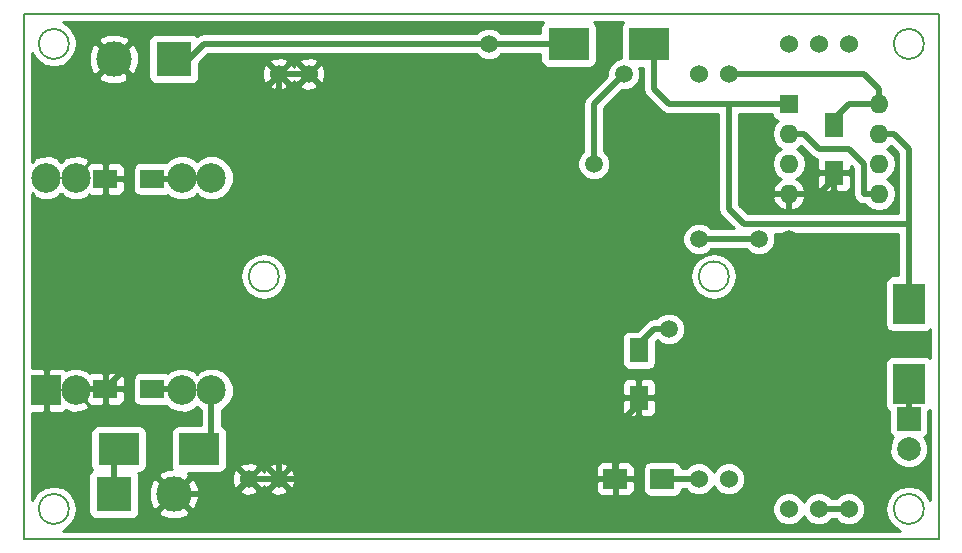
<source format=gbr>
%TF.GenerationSoftware,KiCad,Pcbnew,4.0.7*%
%TF.CreationDate,2018-04-11T16:25:57+03:00*%
%TF.ProjectId,radar_01,72616461725F30312E6B696361645F70,rev?*%
%TF.FileFunction,Copper,L2,Bot,Signal*%
%FSLAX46Y46*%
G04 Gerber Fmt 4.6, Leading zero omitted, Abs format (unit mm)*
G04 Created by KiCad (PCBNEW 4.0.7) date 04/11/18 16:25:57*
%MOMM*%
%LPD*%
G01*
G04 APERTURE LIST*
%ADD10C,0.100000*%
%ADD11C,0.150000*%
%ADD12C,1.524000*%
%ADD13R,2.000000X1.600000*%
%ADD14R,1.600000X2.000000*%
%ADD15R,2.000000X2.000000*%
%ADD16C,2.000000*%
%ADD17R,2.000000X1.700000*%
%ADD18R,3.500000X2.700000*%
%ADD19R,2.700000X3.500000*%
%ADD20R,3.000000X3.000000*%
%ADD21C,3.000000*%
%ADD22R,2.500000X2.500000*%
%ADD23C,2.500000*%
%ADD24R,1.600000X1.600000*%
%ADD25O,1.600000X1.600000*%
%ADD26C,1.500000*%
%ADD27C,0.500000*%
%ADD28C,0.254000*%
G04 APERTURE END LIST*
D10*
D11*
X152400000Y-54610000D02*
X227330000Y-54610000D01*
X227330000Y-99060000D02*
X152400000Y-99060000D01*
X152400000Y-99060000D02*
X152400000Y-54610000D01*
X229870000Y-99060000D02*
X227330000Y-99060000D01*
X229870000Y-54610000D02*
X229870000Y-99060000D01*
X227330000Y-54610000D02*
X229870000Y-54610000D01*
X173990000Y-76835000D02*
G75*
G03X173990000Y-76835000I-1270000J0D01*
G01*
X212090000Y-76835000D02*
G75*
G03X212090000Y-76835000I-1270000J0D01*
G01*
X156210000Y-96520000D02*
G75*
G03X156210000Y-96520000I-1270000J0D01*
G01*
X156210000Y-57150000D02*
G75*
G03X156210000Y-57150000I-1270000J0D01*
G01*
X228600000Y-96520000D02*
G75*
G03X228600000Y-96520000I-1270000J0D01*
G01*
X228600000Y-57150000D02*
G75*
G03X228600000Y-57150000I-1270000J0D01*
G01*
D12*
X171450000Y-93980000D03*
X173990000Y-93980000D03*
X173990000Y-59690000D03*
X176530000Y-59690000D03*
X209550000Y-93980000D03*
X212090000Y-93980000D03*
X209550000Y-59690000D03*
X212090000Y-59690000D03*
D13*
X163290000Y-86360000D03*
X159290000Y-86360000D03*
D14*
X204470000Y-87090000D03*
X204470000Y-83090000D03*
D13*
X163290000Y-68580000D03*
X159290000Y-68580000D03*
D14*
X220980000Y-68040000D03*
X220980000Y-64040000D03*
D15*
X227330000Y-88900000D03*
D16*
X227330000Y-91440000D03*
D17*
X206470000Y-93980000D03*
X202470000Y-93980000D03*
D18*
X167230000Y-91440000D03*
X160430000Y-91440000D03*
D19*
X227330000Y-79150000D03*
X227330000Y-85950000D03*
D18*
X205330000Y-57150000D03*
X198530000Y-57150000D03*
D20*
X160020000Y-95250000D03*
D21*
X165100000Y-95250000D03*
D20*
X165100000Y-58420000D03*
D21*
X160020000Y-58420000D03*
D12*
X219710000Y-96520000D03*
X222250000Y-96520000D03*
X217170000Y-96520000D03*
X219710000Y-57150000D03*
X222250000Y-57150000D03*
X217170000Y-57150000D03*
D22*
X154290000Y-86470000D03*
D23*
X168290000Y-86470000D03*
X168290000Y-68470000D03*
X154290000Y-68470000D03*
X156790000Y-86470000D03*
X165790000Y-86470000D03*
X165790000Y-68470000D03*
X156790000Y-68470000D03*
D24*
X217170000Y-62230000D03*
D25*
X224790000Y-69850000D03*
X217170000Y-64770000D03*
X224790000Y-67310000D03*
X217170000Y-67310000D03*
X224790000Y-64770000D03*
X217170000Y-69850000D03*
X224790000Y-62230000D03*
D26*
X217170000Y-73660000D03*
X215900000Y-88900000D03*
X199390000Y-88900000D03*
X200660000Y-67310000D03*
X203200000Y-59690000D03*
X207010000Y-81280000D03*
X214630000Y-73660000D03*
X209550000Y-73660000D03*
X191770000Y-57150000D03*
D27*
X206470000Y-93980000D02*
X209550000Y-93980000D01*
X163290000Y-86360000D02*
X165680000Y-86360000D01*
X165680000Y-86360000D02*
X165790000Y-86470000D01*
X168290000Y-86470000D02*
X168290000Y-90380000D01*
X168290000Y-90380000D02*
X167230000Y-91440000D01*
X167230000Y-91440000D02*
X167640000Y-91440000D01*
X167640000Y-91440000D02*
X168370000Y-90710000D01*
X173990000Y-93980000D02*
X173990000Y-83185000D01*
X163735000Y-81915000D02*
X159290000Y-86360000D01*
X172720000Y-81915000D02*
X163735000Y-81915000D01*
X173990000Y-83185000D02*
X172720000Y-81915000D01*
X156790000Y-86470000D02*
X156900000Y-86360000D01*
X156900000Y-86360000D02*
X159290000Y-86360000D01*
X161290000Y-62230000D02*
X161290000Y-59690000D01*
X173990000Y-60960000D02*
X172720000Y-62230000D01*
X172720000Y-62230000D02*
X161290000Y-62230000D01*
X173990000Y-59690000D02*
X173990000Y-60960000D01*
X161290000Y-59690000D02*
X160020000Y-58420000D01*
X202470000Y-93980000D02*
X177800000Y-93980000D01*
X177800000Y-93980000D02*
X173990000Y-93980000D01*
X165100000Y-95250000D02*
X170180000Y-95250000D01*
X170180000Y-95250000D02*
X171450000Y-93980000D01*
X215900000Y-88900000D02*
X215900000Y-74930000D01*
X215900000Y-74930000D02*
X217170000Y-73660000D01*
X171450000Y-93980000D02*
X173990000Y-93980000D01*
X173990000Y-59690000D02*
X176530000Y-59690000D01*
X203200000Y-88900000D02*
X215900000Y-88900000D01*
X202470000Y-93980000D02*
X202470000Y-89630000D01*
X202470000Y-89630000D02*
X203200000Y-88900000D01*
X204470000Y-87090000D02*
X204470000Y-87630000D01*
X204470000Y-87630000D02*
X203200000Y-88900000D01*
X203200000Y-88900000D02*
X199390000Y-88900000D01*
X217170000Y-69850000D02*
X219710000Y-69850000D01*
X219710000Y-69850000D02*
X220980000Y-68580000D01*
X220980000Y-68580000D02*
X220980000Y-68040000D01*
X168290000Y-68470000D02*
X165790000Y-68470000D01*
X165790000Y-68470000D02*
X165680000Y-68580000D01*
X165680000Y-68580000D02*
X163290000Y-68580000D01*
X200660000Y-62230000D02*
X200660000Y-67310000D01*
X203200000Y-59690000D02*
X200660000Y-62230000D01*
X204470000Y-83090000D02*
X204470000Y-82550000D01*
X212090000Y-59690000D02*
X223520000Y-59690000D01*
X223520000Y-59690000D02*
X224790000Y-60960000D01*
X224790000Y-60960000D02*
X224790000Y-62230000D01*
X204470000Y-82550000D02*
X205740000Y-81280000D01*
X205740000Y-81280000D02*
X207010000Y-81280000D01*
X224790000Y-62230000D02*
X222250000Y-62230000D01*
X222250000Y-62230000D02*
X220980000Y-63500000D01*
X220980000Y-63500000D02*
X220980000Y-64040000D01*
X219710000Y-96520000D02*
X222250000Y-96520000D01*
X217170000Y-64770000D02*
X218440000Y-64770000D01*
X223520000Y-69850000D02*
X224790000Y-69850000D01*
X223520000Y-67310000D02*
X223520000Y-69850000D01*
X222250000Y-66040000D02*
X223520000Y-67310000D01*
X219710000Y-66040000D02*
X222250000Y-66040000D01*
X218440000Y-64770000D02*
X219710000Y-66040000D01*
X209550000Y-73660000D02*
X214630000Y-73660000D01*
X227330000Y-88900000D02*
X227330000Y-85950000D01*
X160020000Y-95250000D02*
X160020000Y-91850000D01*
X160020000Y-91850000D02*
X160430000Y-91440000D01*
X212090000Y-62230000D02*
X207010000Y-62230000D01*
X205740000Y-60960000D02*
X205740000Y-57560000D01*
X207010000Y-62230000D02*
X205740000Y-60960000D01*
X205740000Y-57560000D02*
X205330000Y-57150000D01*
X227330000Y-72390000D02*
X213360000Y-72390000D01*
X212090000Y-71120000D02*
X212090000Y-62230000D01*
X213360000Y-72390000D02*
X212090000Y-71120000D01*
X217170000Y-62230000D02*
X212090000Y-62230000D01*
X227330000Y-79150000D02*
X227330000Y-72390000D01*
X227330000Y-72390000D02*
X227330000Y-66040000D01*
X226060000Y-64770000D02*
X224790000Y-64770000D01*
X227330000Y-66040000D02*
X226060000Y-64770000D01*
X165100000Y-58420000D02*
X166370000Y-58420000D01*
X166370000Y-58420000D02*
X167640000Y-57150000D01*
X167640000Y-57150000D02*
X191770000Y-57150000D01*
X191770000Y-57150000D02*
X198530000Y-57150000D01*
D28*
G36*
X196328559Y-55335910D02*
X196183569Y-55548110D01*
X196132560Y-55800000D01*
X196132560Y-56265000D01*
X192843523Y-56265000D01*
X192555564Y-55976539D01*
X192046702Y-55765241D01*
X191495715Y-55764760D01*
X190986485Y-55975169D01*
X190696148Y-56265000D01*
X167640005Y-56265000D01*
X167640000Y-56264999D01*
X167345555Y-56323569D01*
X167301325Y-56332367D01*
X167074135Y-56484170D01*
X167064090Y-56468559D01*
X166851890Y-56323569D01*
X166600000Y-56272560D01*
X163600000Y-56272560D01*
X163364683Y-56316838D01*
X163148559Y-56455910D01*
X163003569Y-56668110D01*
X162952560Y-56920000D01*
X162952560Y-59920000D01*
X162996838Y-60155317D01*
X163135910Y-60371441D01*
X163348110Y-60516431D01*
X163600000Y-60567440D01*
X166600000Y-60567440D01*
X166835317Y-60523162D01*
X167051441Y-60384090D01*
X167196431Y-60171890D01*
X167247440Y-59920000D01*
X167247440Y-59482302D01*
X172580856Y-59482302D01*
X172608638Y-60037368D01*
X172767603Y-60421143D01*
X173009787Y-60490608D01*
X173810395Y-59690000D01*
X174169605Y-59690000D01*
X174970213Y-60490608D01*
X175212397Y-60421143D01*
X175256453Y-60297656D01*
X175307603Y-60421143D01*
X175549787Y-60490608D01*
X176350395Y-59690000D01*
X176709605Y-59690000D01*
X177510213Y-60490608D01*
X177752397Y-60421143D01*
X177939144Y-59897698D01*
X177911362Y-59342632D01*
X177752397Y-58958857D01*
X177510213Y-58889392D01*
X176709605Y-59690000D01*
X176350395Y-59690000D01*
X175549787Y-58889392D01*
X175307603Y-58958857D01*
X175263547Y-59082344D01*
X175212397Y-58958857D01*
X174970213Y-58889392D01*
X174169605Y-59690000D01*
X173810395Y-59690000D01*
X173009787Y-58889392D01*
X172767603Y-58958857D01*
X172580856Y-59482302D01*
X167247440Y-59482302D01*
X167247440Y-58794140D01*
X167331792Y-58709787D01*
X173189392Y-58709787D01*
X173990000Y-59510395D01*
X174790608Y-58709787D01*
X175729392Y-58709787D01*
X176530000Y-59510395D01*
X177330608Y-58709787D01*
X177261143Y-58467603D01*
X176737698Y-58280856D01*
X176182632Y-58308638D01*
X175798857Y-58467603D01*
X175729392Y-58709787D01*
X174790608Y-58709787D01*
X174721143Y-58467603D01*
X174197698Y-58280856D01*
X173642632Y-58308638D01*
X173258857Y-58467603D01*
X173189392Y-58709787D01*
X167331792Y-58709787D01*
X168006579Y-58035000D01*
X190696477Y-58035000D01*
X190984436Y-58323461D01*
X191493298Y-58534759D01*
X192044285Y-58535240D01*
X192553515Y-58324831D01*
X192843852Y-58035000D01*
X196132560Y-58035000D01*
X196132560Y-58500000D01*
X196176838Y-58735317D01*
X196315910Y-58951441D01*
X196528110Y-59096431D01*
X196780000Y-59147440D01*
X200280000Y-59147440D01*
X200515317Y-59103162D01*
X200731441Y-58964090D01*
X200876431Y-58751890D01*
X200927440Y-58500000D01*
X200927440Y-55800000D01*
X200883162Y-55564683D01*
X200744090Y-55348559D01*
X200702292Y-55320000D01*
X203153284Y-55320000D01*
X203128559Y-55335910D01*
X202983569Y-55548110D01*
X202932560Y-55800000D01*
X202932560Y-58304766D01*
X202925715Y-58304760D01*
X202416485Y-58515169D01*
X202026539Y-58904436D01*
X201815241Y-59413298D01*
X201814883Y-59823538D01*
X200034210Y-61604210D01*
X199842367Y-61891325D01*
X199842367Y-61891326D01*
X199774999Y-62230000D01*
X199775000Y-62230005D01*
X199775000Y-66236477D01*
X199486539Y-66524436D01*
X199275241Y-67033298D01*
X199274760Y-67584285D01*
X199485169Y-68093515D01*
X199874436Y-68483461D01*
X200383298Y-68694759D01*
X200934285Y-68695240D01*
X201443515Y-68484831D01*
X201833461Y-68095564D01*
X202044759Y-67586702D01*
X202045240Y-67035715D01*
X201834831Y-66526485D01*
X201545000Y-66236148D01*
X201545000Y-62596580D01*
X203066695Y-61074884D01*
X203474285Y-61075240D01*
X203983515Y-60864831D01*
X204373461Y-60475564D01*
X204584759Y-59966702D01*
X204585240Y-59415715D01*
X204474391Y-59147440D01*
X204855000Y-59147440D01*
X204855000Y-60959995D01*
X204854999Y-60960000D01*
X204905783Y-61215302D01*
X204922367Y-61298675D01*
X205010115Y-61430000D01*
X205114210Y-61585790D01*
X206384208Y-62855787D01*
X206384210Y-62855790D01*
X206644935Y-63030000D01*
X206671325Y-63047633D01*
X207010000Y-63115001D01*
X207010005Y-63115000D01*
X211205000Y-63115000D01*
X211205000Y-71119995D01*
X211204999Y-71120000D01*
X211261190Y-71402484D01*
X211272367Y-71458675D01*
X211464210Y-71745790D01*
X212493421Y-72775000D01*
X210623523Y-72775000D01*
X210335564Y-72486539D01*
X209826702Y-72275241D01*
X209275715Y-72274760D01*
X208766485Y-72485169D01*
X208376539Y-72874436D01*
X208165241Y-73383298D01*
X208164760Y-73934285D01*
X208375169Y-74443515D01*
X208764436Y-74833461D01*
X209273298Y-75044759D01*
X209824285Y-75045240D01*
X210333515Y-74834831D01*
X210623852Y-74545000D01*
X213556477Y-74545000D01*
X213844436Y-74833461D01*
X214353298Y-75044759D01*
X214904285Y-75045240D01*
X215413515Y-74834831D01*
X215803461Y-74445564D01*
X216014759Y-73936702D01*
X216015240Y-73385715D01*
X215969494Y-73275000D01*
X226445000Y-73275000D01*
X226445000Y-76752560D01*
X225980000Y-76752560D01*
X225744683Y-76796838D01*
X225528559Y-76935910D01*
X225383569Y-77148110D01*
X225332560Y-77400000D01*
X225332560Y-80900000D01*
X225376838Y-81135317D01*
X225515910Y-81351441D01*
X225728110Y-81496431D01*
X225980000Y-81547440D01*
X228680000Y-81547440D01*
X228915317Y-81503162D01*
X229131441Y-81364090D01*
X229160000Y-81322292D01*
X229160000Y-83773284D01*
X229144090Y-83748559D01*
X228931890Y-83603569D01*
X228680000Y-83552560D01*
X225980000Y-83552560D01*
X225744683Y-83596838D01*
X225528559Y-83735910D01*
X225383569Y-83948110D01*
X225332560Y-84200000D01*
X225332560Y-87700000D01*
X225376838Y-87935317D01*
X225515910Y-88151441D01*
X225682560Y-88265308D01*
X225682560Y-89900000D01*
X225726838Y-90135317D01*
X225865910Y-90351441D01*
X226008561Y-90448910D01*
X225944722Y-90512637D01*
X225695284Y-91113352D01*
X225694716Y-91763795D01*
X225943106Y-92364943D01*
X226402637Y-92825278D01*
X227003352Y-93074716D01*
X227653795Y-93075284D01*
X228254943Y-92826894D01*
X228715278Y-92367363D01*
X228964716Y-91766648D01*
X228965284Y-91116205D01*
X228716894Y-90515057D01*
X228650379Y-90448426D01*
X228781441Y-90364090D01*
X228926431Y-90151890D01*
X228977440Y-89900000D01*
X228977440Y-88263187D01*
X229131441Y-88164090D01*
X229160000Y-88122292D01*
X229160000Y-95765902D01*
X229159281Y-95762287D01*
X228730071Y-95119929D01*
X228087713Y-94690719D01*
X227330000Y-94540000D01*
X226572287Y-94690719D01*
X225929929Y-95119929D01*
X225500719Y-95762287D01*
X225350000Y-96520000D01*
X225500719Y-97277713D01*
X225929929Y-97920071D01*
X226572287Y-98349281D01*
X226575902Y-98350000D01*
X155694098Y-98350000D01*
X155697713Y-98349281D01*
X156340071Y-97920071D01*
X156769281Y-97277713D01*
X156920000Y-96520000D01*
X156769281Y-95762287D01*
X156340071Y-95119929D01*
X155697713Y-94690719D01*
X154940000Y-94540000D01*
X154182287Y-94690719D01*
X153539929Y-95119929D01*
X153110719Y-95762287D01*
X153110000Y-95765902D01*
X153110000Y-93750000D01*
X157872560Y-93750000D01*
X157872560Y-96750000D01*
X157916838Y-96985317D01*
X158055910Y-97201441D01*
X158268110Y-97346431D01*
X158520000Y-97397440D01*
X161520000Y-97397440D01*
X161755317Y-97353162D01*
X161971441Y-97214090D01*
X162116431Y-97001890D01*
X162164611Y-96763970D01*
X163765635Y-96763970D01*
X163925418Y-97082739D01*
X164716187Y-97392723D01*
X165565387Y-97376497D01*
X166274582Y-97082739D01*
X166417978Y-96796661D01*
X215772758Y-96796661D01*
X215984990Y-97310303D01*
X216377630Y-97703629D01*
X216890900Y-97916757D01*
X217446661Y-97917242D01*
X217960303Y-97705010D01*
X218353629Y-97312370D01*
X218439949Y-97104488D01*
X218524990Y-97310303D01*
X218917630Y-97703629D01*
X219430900Y-97916757D01*
X219986661Y-97917242D01*
X220500303Y-97705010D01*
X220800837Y-97405000D01*
X221159522Y-97405000D01*
X221457630Y-97703629D01*
X221970900Y-97916757D01*
X222526661Y-97917242D01*
X223040303Y-97705010D01*
X223433629Y-97312370D01*
X223646757Y-96799100D01*
X223647242Y-96243339D01*
X223435010Y-95729697D01*
X223042370Y-95336371D01*
X222529100Y-95123243D01*
X221973339Y-95122758D01*
X221459697Y-95334990D01*
X221159163Y-95635000D01*
X220800478Y-95635000D01*
X220502370Y-95336371D01*
X219989100Y-95123243D01*
X219433339Y-95122758D01*
X218919697Y-95334990D01*
X218526371Y-95727630D01*
X218440051Y-95935512D01*
X218355010Y-95729697D01*
X217962370Y-95336371D01*
X217449100Y-95123243D01*
X216893339Y-95122758D01*
X216379697Y-95334990D01*
X215986371Y-95727630D01*
X215773243Y-96240900D01*
X215772758Y-96796661D01*
X166417978Y-96796661D01*
X166434365Y-96763970D01*
X165100000Y-95429605D01*
X163765635Y-96763970D01*
X162164611Y-96763970D01*
X162167440Y-96750000D01*
X162167440Y-94866187D01*
X162957277Y-94866187D01*
X162973503Y-95715387D01*
X163267261Y-96424582D01*
X163586030Y-96584365D01*
X164920395Y-95250000D01*
X165279605Y-95250000D01*
X166613970Y-96584365D01*
X166932739Y-96424582D01*
X167242723Y-95633813D01*
X167229853Y-94960213D01*
X170649392Y-94960213D01*
X170718857Y-95202397D01*
X171242302Y-95389144D01*
X171797368Y-95361362D01*
X172181143Y-95202397D01*
X172250608Y-94960213D01*
X173189392Y-94960213D01*
X173258857Y-95202397D01*
X173782302Y-95389144D01*
X174337368Y-95361362D01*
X174721143Y-95202397D01*
X174790608Y-94960213D01*
X173990000Y-94159605D01*
X173189392Y-94960213D01*
X172250608Y-94960213D01*
X171450000Y-94159605D01*
X170649392Y-94960213D01*
X167229853Y-94960213D01*
X167226497Y-94784613D01*
X166932739Y-94075418D01*
X166613970Y-93915635D01*
X165279605Y-95250000D01*
X164920395Y-95250000D01*
X163586030Y-93915635D01*
X163267261Y-94075418D01*
X162957277Y-94866187D01*
X162167440Y-94866187D01*
X162167440Y-93750000D01*
X162123162Y-93514683D01*
X162073457Y-93437440D01*
X162180000Y-93437440D01*
X162415317Y-93393162D01*
X162631441Y-93254090D01*
X162776431Y-93041890D01*
X162827440Y-92790000D01*
X162827440Y-90090000D01*
X162783162Y-89854683D01*
X162644090Y-89638559D01*
X162431890Y-89493569D01*
X162180000Y-89442560D01*
X158680000Y-89442560D01*
X158444683Y-89486838D01*
X158228559Y-89625910D01*
X158083569Y-89838110D01*
X158032560Y-90090000D01*
X158032560Y-92790000D01*
X158076838Y-93025317D01*
X158192998Y-93205835D01*
X158068559Y-93285910D01*
X157923569Y-93498110D01*
X157872560Y-93750000D01*
X153110000Y-93750000D01*
X153110000Y-88355000D01*
X154004250Y-88355000D01*
X154163000Y-88196250D01*
X154163000Y-86597000D01*
X154143000Y-86597000D01*
X154143000Y-86343000D01*
X154163000Y-86343000D01*
X154163000Y-84743750D01*
X154417000Y-84743750D01*
X154417000Y-86343000D01*
X154437000Y-86343000D01*
X154437000Y-86597000D01*
X154417000Y-86597000D01*
X154417000Y-88196250D01*
X154575750Y-88355000D01*
X155666310Y-88355000D01*
X155899699Y-88258327D01*
X155979814Y-88178211D01*
X156465806Y-88364388D01*
X157215435Y-88344250D01*
X157814467Y-88096123D01*
X157943715Y-87803320D01*
X156790000Y-86649605D01*
X156775858Y-86663748D01*
X156596253Y-86484143D01*
X156610395Y-86470000D01*
X156596253Y-86455858D01*
X156775858Y-86276253D01*
X156790000Y-86290395D01*
X156804143Y-86276253D01*
X156983748Y-86455858D01*
X156969605Y-86470000D01*
X157655000Y-87155395D01*
X157655000Y-87286310D01*
X157751673Y-87519699D01*
X157930302Y-87698327D01*
X158163691Y-87795000D01*
X159004250Y-87795000D01*
X159163000Y-87636250D01*
X159163000Y-86487000D01*
X159417000Y-86487000D01*
X159417000Y-87636250D01*
X159575750Y-87795000D01*
X160416309Y-87795000D01*
X160649698Y-87698327D01*
X160828327Y-87519699D01*
X160925000Y-87286310D01*
X160925000Y-86645750D01*
X160766250Y-86487000D01*
X159417000Y-86487000D01*
X159163000Y-86487000D01*
X159143000Y-86487000D01*
X159143000Y-86233000D01*
X159163000Y-86233000D01*
X159163000Y-85083750D01*
X159417000Y-85083750D01*
X159417000Y-86233000D01*
X160766250Y-86233000D01*
X160925000Y-86074250D01*
X160925000Y-85560000D01*
X161642560Y-85560000D01*
X161642560Y-87160000D01*
X161686838Y-87395317D01*
X161825910Y-87611441D01*
X162038110Y-87756431D01*
X162290000Y-87807440D01*
X164290000Y-87807440D01*
X164434497Y-87780251D01*
X164720839Y-88067093D01*
X165413405Y-88354672D01*
X166163305Y-88355326D01*
X166856372Y-88068957D01*
X167039855Y-87885793D01*
X167220839Y-88067093D01*
X167405000Y-88143563D01*
X167405000Y-89442560D01*
X165480000Y-89442560D01*
X165244683Y-89486838D01*
X165028559Y-89625910D01*
X164883569Y-89838110D01*
X164832560Y-90090000D01*
X164832560Y-92790000D01*
X164876838Y-93025317D01*
X164936310Y-93117738D01*
X164634613Y-93123503D01*
X163925418Y-93417261D01*
X163765635Y-93736030D01*
X165100000Y-95070395D01*
X166398093Y-93772302D01*
X170040856Y-93772302D01*
X170068638Y-94327368D01*
X170227603Y-94711143D01*
X170469787Y-94780608D01*
X171270395Y-93980000D01*
X171629605Y-93980000D01*
X172430213Y-94780608D01*
X172672397Y-94711143D01*
X172716453Y-94587656D01*
X172767603Y-94711143D01*
X173009787Y-94780608D01*
X173810395Y-93980000D01*
X174169605Y-93980000D01*
X174970213Y-94780608D01*
X175212397Y-94711143D01*
X175371297Y-94265750D01*
X200835000Y-94265750D01*
X200835000Y-94956310D01*
X200931673Y-95189699D01*
X201110302Y-95368327D01*
X201343691Y-95465000D01*
X202184250Y-95465000D01*
X202343000Y-95306250D01*
X202343000Y-94107000D01*
X202597000Y-94107000D01*
X202597000Y-95306250D01*
X202755750Y-95465000D01*
X203596309Y-95465000D01*
X203829698Y-95368327D01*
X204008327Y-95189699D01*
X204105000Y-94956310D01*
X204105000Y-94265750D01*
X203946250Y-94107000D01*
X202597000Y-94107000D01*
X202343000Y-94107000D01*
X200993750Y-94107000D01*
X200835000Y-94265750D01*
X175371297Y-94265750D01*
X175399144Y-94187698D01*
X175371362Y-93632632D01*
X175212397Y-93248857D01*
X174970213Y-93179392D01*
X174169605Y-93980000D01*
X173810395Y-93980000D01*
X173009787Y-93179392D01*
X172767603Y-93248857D01*
X172723547Y-93372344D01*
X172672397Y-93248857D01*
X172430213Y-93179392D01*
X171629605Y-93980000D01*
X171270395Y-93980000D01*
X170469787Y-93179392D01*
X170227603Y-93248857D01*
X170040856Y-93772302D01*
X166398093Y-93772302D01*
X166434365Y-93736030D01*
X166284697Y-93437440D01*
X168980000Y-93437440D01*
X169215317Y-93393162D01*
X169431441Y-93254090D01*
X169576431Y-93041890D01*
X169584957Y-92999787D01*
X170649392Y-92999787D01*
X171450000Y-93800395D01*
X172250608Y-92999787D01*
X173189392Y-92999787D01*
X173990000Y-93800395D01*
X174786705Y-93003690D01*
X200835000Y-93003690D01*
X200835000Y-93694250D01*
X200993750Y-93853000D01*
X202343000Y-93853000D01*
X202343000Y-92653750D01*
X202597000Y-92653750D01*
X202597000Y-93853000D01*
X203946250Y-93853000D01*
X204105000Y-93694250D01*
X204105000Y-93130000D01*
X204822560Y-93130000D01*
X204822560Y-94830000D01*
X204866838Y-95065317D01*
X205005910Y-95281441D01*
X205218110Y-95426431D01*
X205470000Y-95477440D01*
X207470000Y-95477440D01*
X207705317Y-95433162D01*
X207921441Y-95294090D01*
X208066431Y-95081890D01*
X208110352Y-94865000D01*
X208459522Y-94865000D01*
X208757630Y-95163629D01*
X209270900Y-95376757D01*
X209826661Y-95377242D01*
X210340303Y-95165010D01*
X210733629Y-94772370D01*
X210819949Y-94564488D01*
X210904990Y-94770303D01*
X211297630Y-95163629D01*
X211810900Y-95376757D01*
X212366661Y-95377242D01*
X212880303Y-95165010D01*
X213273629Y-94772370D01*
X213486757Y-94259100D01*
X213487242Y-93703339D01*
X213275010Y-93189697D01*
X212882370Y-92796371D01*
X212369100Y-92583243D01*
X211813339Y-92582758D01*
X211299697Y-92794990D01*
X210906371Y-93187630D01*
X210820051Y-93395512D01*
X210735010Y-93189697D01*
X210342370Y-92796371D01*
X209829100Y-92583243D01*
X209273339Y-92582758D01*
X208759697Y-92794990D01*
X208459163Y-93095000D01*
X208110854Y-93095000D01*
X208073162Y-92894683D01*
X207934090Y-92678559D01*
X207721890Y-92533569D01*
X207470000Y-92482560D01*
X205470000Y-92482560D01*
X205234683Y-92526838D01*
X205018559Y-92665910D01*
X204873569Y-92878110D01*
X204822560Y-93130000D01*
X204105000Y-93130000D01*
X204105000Y-93003690D01*
X204008327Y-92770301D01*
X203829698Y-92591673D01*
X203596309Y-92495000D01*
X202755750Y-92495000D01*
X202597000Y-92653750D01*
X202343000Y-92653750D01*
X202184250Y-92495000D01*
X201343691Y-92495000D01*
X201110302Y-92591673D01*
X200931673Y-92770301D01*
X200835000Y-93003690D01*
X174786705Y-93003690D01*
X174790608Y-92999787D01*
X174721143Y-92757603D01*
X174197698Y-92570856D01*
X173642632Y-92598638D01*
X173258857Y-92757603D01*
X173189392Y-92999787D01*
X172250608Y-92999787D01*
X172181143Y-92757603D01*
X171657698Y-92570856D01*
X171102632Y-92598638D01*
X170718857Y-92757603D01*
X170649392Y-92999787D01*
X169584957Y-92999787D01*
X169627440Y-92790000D01*
X169627440Y-90090000D01*
X169583162Y-89854683D01*
X169444090Y-89638559D01*
X169231890Y-89493569D01*
X169175000Y-89482048D01*
X169175000Y-88143898D01*
X169356372Y-88068957D01*
X169887093Y-87539161D01*
X169954947Y-87375750D01*
X203035000Y-87375750D01*
X203035000Y-88216309D01*
X203131673Y-88449698D01*
X203310301Y-88628327D01*
X203543690Y-88725000D01*
X204184250Y-88725000D01*
X204343000Y-88566250D01*
X204343000Y-87217000D01*
X204597000Y-87217000D01*
X204597000Y-88566250D01*
X204755750Y-88725000D01*
X205396310Y-88725000D01*
X205629699Y-88628327D01*
X205808327Y-88449698D01*
X205905000Y-88216309D01*
X205905000Y-87375750D01*
X205746250Y-87217000D01*
X204597000Y-87217000D01*
X204343000Y-87217000D01*
X203193750Y-87217000D01*
X203035000Y-87375750D01*
X169954947Y-87375750D01*
X170174672Y-86846595D01*
X170175326Y-86096695D01*
X170120370Y-85963691D01*
X203035000Y-85963691D01*
X203035000Y-86804250D01*
X203193750Y-86963000D01*
X204343000Y-86963000D01*
X204343000Y-85613750D01*
X204597000Y-85613750D01*
X204597000Y-86963000D01*
X205746250Y-86963000D01*
X205905000Y-86804250D01*
X205905000Y-85963691D01*
X205808327Y-85730302D01*
X205629699Y-85551673D01*
X205396310Y-85455000D01*
X204755750Y-85455000D01*
X204597000Y-85613750D01*
X204343000Y-85613750D01*
X204184250Y-85455000D01*
X203543690Y-85455000D01*
X203310301Y-85551673D01*
X203131673Y-85730302D01*
X203035000Y-85963691D01*
X170120370Y-85963691D01*
X169888957Y-85403628D01*
X169359161Y-84872907D01*
X168666595Y-84585328D01*
X167916695Y-84584674D01*
X167223628Y-84871043D01*
X167040145Y-85054207D01*
X166859161Y-84872907D01*
X166166595Y-84585328D01*
X165416695Y-84584674D01*
X164723628Y-84871043D01*
X164594756Y-84999691D01*
X164541890Y-84963569D01*
X164290000Y-84912560D01*
X162290000Y-84912560D01*
X162054683Y-84956838D01*
X161838559Y-85095910D01*
X161693569Y-85308110D01*
X161642560Y-85560000D01*
X160925000Y-85560000D01*
X160925000Y-85433690D01*
X160828327Y-85200301D01*
X160649698Y-85021673D01*
X160416309Y-84925000D01*
X159575750Y-84925000D01*
X159417000Y-85083750D01*
X159163000Y-85083750D01*
X159004250Y-84925000D01*
X158163691Y-84925000D01*
X157930302Y-85021673D01*
X157904388Y-85047587D01*
X157814467Y-84843877D01*
X157114194Y-84575612D01*
X156364565Y-84595750D01*
X155975098Y-84757072D01*
X155899699Y-84681673D01*
X155666310Y-84585000D01*
X154575750Y-84585000D01*
X154417000Y-84743750D01*
X154163000Y-84743750D01*
X154004250Y-84585000D01*
X153110000Y-84585000D01*
X153110000Y-82090000D01*
X203022560Y-82090000D01*
X203022560Y-84090000D01*
X203066838Y-84325317D01*
X203205910Y-84541441D01*
X203418110Y-84686431D01*
X203670000Y-84737440D01*
X205270000Y-84737440D01*
X205505317Y-84693162D01*
X205721441Y-84554090D01*
X205866431Y-84341890D01*
X205917440Y-84090000D01*
X205917440Y-82354139D01*
X206021454Y-82250125D01*
X206224436Y-82453461D01*
X206733298Y-82664759D01*
X207284285Y-82665240D01*
X207793515Y-82454831D01*
X208183461Y-82065564D01*
X208394759Y-81556702D01*
X208395240Y-81005715D01*
X208184831Y-80496485D01*
X207795564Y-80106539D01*
X207286702Y-79895241D01*
X206735715Y-79894760D01*
X206226485Y-80105169D01*
X205936148Y-80395000D01*
X205740005Y-80395000D01*
X205740000Y-80394999D01*
X205401325Y-80462367D01*
X205114210Y-80654210D01*
X205114208Y-80654213D01*
X204325860Y-81442560D01*
X203670000Y-81442560D01*
X203434683Y-81486838D01*
X203218559Y-81625910D01*
X203073569Y-81838110D01*
X203022560Y-82090000D01*
X153110000Y-82090000D01*
X153110000Y-76835000D01*
X170740000Y-76835000D01*
X170890719Y-77592713D01*
X171319929Y-78235071D01*
X171962287Y-78664281D01*
X172720000Y-78815000D01*
X173477713Y-78664281D01*
X174120071Y-78235071D01*
X174549281Y-77592713D01*
X174700000Y-76835000D01*
X208840000Y-76835000D01*
X208990719Y-77592713D01*
X209419929Y-78235071D01*
X210062287Y-78664281D01*
X210820000Y-78815000D01*
X211577713Y-78664281D01*
X212220071Y-78235071D01*
X212649281Y-77592713D01*
X212800000Y-76835000D01*
X212649281Y-76077287D01*
X212220071Y-75434929D01*
X211577713Y-75005719D01*
X210820000Y-74855000D01*
X210062287Y-75005719D01*
X209419929Y-75434929D01*
X208990719Y-76077287D01*
X208840000Y-76835000D01*
X174700000Y-76835000D01*
X174549281Y-76077287D01*
X174120071Y-75434929D01*
X173477713Y-75005719D01*
X172720000Y-74855000D01*
X171962287Y-75005719D01*
X171319929Y-75434929D01*
X170890719Y-76077287D01*
X170740000Y-76835000D01*
X153110000Y-76835000D01*
X153110000Y-69829608D01*
X153136286Y-69803322D01*
X153265533Y-70096123D01*
X153965806Y-70364388D01*
X154715435Y-70344250D01*
X155314467Y-70096123D01*
X155433029Y-69827529D01*
X155522554Y-69917054D01*
X155540000Y-69899608D01*
X155557446Y-69917054D01*
X155646971Y-69827529D01*
X155765533Y-70096123D01*
X156465806Y-70364388D01*
X157215435Y-70344250D01*
X157814467Y-70096123D01*
X157904388Y-69892413D01*
X157930302Y-69918327D01*
X158163691Y-70015000D01*
X159004250Y-70015000D01*
X159163000Y-69856250D01*
X159163000Y-68707000D01*
X159417000Y-68707000D01*
X159417000Y-69856250D01*
X159575750Y-70015000D01*
X160416309Y-70015000D01*
X160649698Y-69918327D01*
X160828327Y-69739699D01*
X160925000Y-69506310D01*
X160925000Y-68865750D01*
X160766250Y-68707000D01*
X159417000Y-68707000D01*
X159163000Y-68707000D01*
X159143000Y-68707000D01*
X159143000Y-68453000D01*
X159163000Y-68453000D01*
X159163000Y-67303750D01*
X159417000Y-67303750D01*
X159417000Y-68453000D01*
X160766250Y-68453000D01*
X160925000Y-68294250D01*
X160925000Y-67780000D01*
X161642560Y-67780000D01*
X161642560Y-69380000D01*
X161686838Y-69615317D01*
X161825910Y-69831441D01*
X162038110Y-69976431D01*
X162290000Y-70027440D01*
X164290000Y-70027440D01*
X164525317Y-69983162D01*
X164593352Y-69939383D01*
X164720839Y-70067093D01*
X165413405Y-70354672D01*
X166163305Y-70355326D01*
X166856372Y-70068957D01*
X167039855Y-69885793D01*
X167220839Y-70067093D01*
X167913405Y-70354672D01*
X168663305Y-70355326D01*
X169356372Y-70068957D01*
X169887093Y-69539161D01*
X170174672Y-68846595D01*
X170175326Y-68096695D01*
X169888957Y-67403628D01*
X169359161Y-66872907D01*
X168666595Y-66585328D01*
X167916695Y-66584674D01*
X167223628Y-66871043D01*
X167040145Y-67054207D01*
X166859161Y-66872907D01*
X166166595Y-66585328D01*
X165416695Y-66584674D01*
X164723628Y-66871043D01*
X164432705Y-67161459D01*
X164290000Y-67132560D01*
X162290000Y-67132560D01*
X162054683Y-67176838D01*
X161838559Y-67315910D01*
X161693569Y-67528110D01*
X161642560Y-67780000D01*
X160925000Y-67780000D01*
X160925000Y-67653690D01*
X160828327Y-67420301D01*
X160649698Y-67241673D01*
X160416309Y-67145000D01*
X159575750Y-67145000D01*
X159417000Y-67303750D01*
X159163000Y-67303750D01*
X159004250Y-67145000D01*
X158163691Y-67145000D01*
X157930302Y-67241673D01*
X157751673Y-67420301D01*
X157655000Y-67653690D01*
X157655000Y-67784605D01*
X156969605Y-68470000D01*
X156983748Y-68484143D01*
X156804143Y-68663748D01*
X156790000Y-68649605D01*
X156775858Y-68663748D01*
X156596253Y-68484143D01*
X156610395Y-68470000D01*
X156596253Y-68455858D01*
X156775858Y-68276253D01*
X156790000Y-68290395D01*
X157943715Y-67136680D01*
X157814467Y-66843877D01*
X157114194Y-66575612D01*
X156364565Y-66595750D01*
X155765533Y-66843877D01*
X155646971Y-67112471D01*
X155557446Y-67022946D01*
X155540000Y-67040392D01*
X155522554Y-67022946D01*
X155433029Y-67112471D01*
X155314467Y-66843877D01*
X154614194Y-66575612D01*
X153864565Y-66595750D01*
X153265533Y-66843877D01*
X153136286Y-67136678D01*
X153110000Y-67110392D01*
X153110000Y-60670213D01*
X173189392Y-60670213D01*
X173258857Y-60912397D01*
X173782302Y-61099144D01*
X174337368Y-61071362D01*
X174721143Y-60912397D01*
X174790608Y-60670213D01*
X175729392Y-60670213D01*
X175798857Y-60912397D01*
X176322302Y-61099144D01*
X176877368Y-61071362D01*
X177261143Y-60912397D01*
X177330608Y-60670213D01*
X176530000Y-59869605D01*
X175729392Y-60670213D01*
X174790608Y-60670213D01*
X173990000Y-59869605D01*
X173189392Y-60670213D01*
X153110000Y-60670213D01*
X153110000Y-59933970D01*
X158685635Y-59933970D01*
X158845418Y-60252739D01*
X159636187Y-60562723D01*
X160485387Y-60546497D01*
X161194582Y-60252739D01*
X161354365Y-59933970D01*
X160020000Y-58599605D01*
X158685635Y-59933970D01*
X153110000Y-59933970D01*
X153110000Y-57904098D01*
X153110719Y-57907713D01*
X153539929Y-58550071D01*
X154182287Y-58979281D01*
X154940000Y-59130000D01*
X155697713Y-58979281D01*
X156340071Y-58550071D01*
X156683437Y-58036187D01*
X157877277Y-58036187D01*
X157893503Y-58885387D01*
X158187261Y-59594582D01*
X158506030Y-59754365D01*
X159840395Y-58420000D01*
X160199605Y-58420000D01*
X161533970Y-59754365D01*
X161852739Y-59594582D01*
X162162723Y-58803813D01*
X162146497Y-57954613D01*
X161852739Y-57245418D01*
X161533970Y-57085635D01*
X160199605Y-58420000D01*
X159840395Y-58420000D01*
X158506030Y-57085635D01*
X158187261Y-57245418D01*
X157877277Y-58036187D01*
X156683437Y-58036187D01*
X156769281Y-57907713D01*
X156920000Y-57150000D01*
X156871472Y-56906030D01*
X158685635Y-56906030D01*
X160020000Y-58240395D01*
X161354365Y-56906030D01*
X161194582Y-56587261D01*
X160403813Y-56277277D01*
X159554613Y-56293503D01*
X158845418Y-56587261D01*
X158685635Y-56906030D01*
X156871472Y-56906030D01*
X156769281Y-56392287D01*
X156340071Y-55749929D01*
X155697713Y-55320719D01*
X155694098Y-55320000D01*
X196353284Y-55320000D01*
X196328559Y-55335910D01*
X196328559Y-55335910D01*
G37*
X196328559Y-55335910D02*
X196183569Y-55548110D01*
X196132560Y-55800000D01*
X196132560Y-56265000D01*
X192843523Y-56265000D01*
X192555564Y-55976539D01*
X192046702Y-55765241D01*
X191495715Y-55764760D01*
X190986485Y-55975169D01*
X190696148Y-56265000D01*
X167640005Y-56265000D01*
X167640000Y-56264999D01*
X167345555Y-56323569D01*
X167301325Y-56332367D01*
X167074135Y-56484170D01*
X167064090Y-56468559D01*
X166851890Y-56323569D01*
X166600000Y-56272560D01*
X163600000Y-56272560D01*
X163364683Y-56316838D01*
X163148559Y-56455910D01*
X163003569Y-56668110D01*
X162952560Y-56920000D01*
X162952560Y-59920000D01*
X162996838Y-60155317D01*
X163135910Y-60371441D01*
X163348110Y-60516431D01*
X163600000Y-60567440D01*
X166600000Y-60567440D01*
X166835317Y-60523162D01*
X167051441Y-60384090D01*
X167196431Y-60171890D01*
X167247440Y-59920000D01*
X167247440Y-59482302D01*
X172580856Y-59482302D01*
X172608638Y-60037368D01*
X172767603Y-60421143D01*
X173009787Y-60490608D01*
X173810395Y-59690000D01*
X174169605Y-59690000D01*
X174970213Y-60490608D01*
X175212397Y-60421143D01*
X175256453Y-60297656D01*
X175307603Y-60421143D01*
X175549787Y-60490608D01*
X176350395Y-59690000D01*
X176709605Y-59690000D01*
X177510213Y-60490608D01*
X177752397Y-60421143D01*
X177939144Y-59897698D01*
X177911362Y-59342632D01*
X177752397Y-58958857D01*
X177510213Y-58889392D01*
X176709605Y-59690000D01*
X176350395Y-59690000D01*
X175549787Y-58889392D01*
X175307603Y-58958857D01*
X175263547Y-59082344D01*
X175212397Y-58958857D01*
X174970213Y-58889392D01*
X174169605Y-59690000D01*
X173810395Y-59690000D01*
X173009787Y-58889392D01*
X172767603Y-58958857D01*
X172580856Y-59482302D01*
X167247440Y-59482302D01*
X167247440Y-58794140D01*
X167331792Y-58709787D01*
X173189392Y-58709787D01*
X173990000Y-59510395D01*
X174790608Y-58709787D01*
X175729392Y-58709787D01*
X176530000Y-59510395D01*
X177330608Y-58709787D01*
X177261143Y-58467603D01*
X176737698Y-58280856D01*
X176182632Y-58308638D01*
X175798857Y-58467603D01*
X175729392Y-58709787D01*
X174790608Y-58709787D01*
X174721143Y-58467603D01*
X174197698Y-58280856D01*
X173642632Y-58308638D01*
X173258857Y-58467603D01*
X173189392Y-58709787D01*
X167331792Y-58709787D01*
X168006579Y-58035000D01*
X190696477Y-58035000D01*
X190984436Y-58323461D01*
X191493298Y-58534759D01*
X192044285Y-58535240D01*
X192553515Y-58324831D01*
X192843852Y-58035000D01*
X196132560Y-58035000D01*
X196132560Y-58500000D01*
X196176838Y-58735317D01*
X196315910Y-58951441D01*
X196528110Y-59096431D01*
X196780000Y-59147440D01*
X200280000Y-59147440D01*
X200515317Y-59103162D01*
X200731441Y-58964090D01*
X200876431Y-58751890D01*
X200927440Y-58500000D01*
X200927440Y-55800000D01*
X200883162Y-55564683D01*
X200744090Y-55348559D01*
X200702292Y-55320000D01*
X203153284Y-55320000D01*
X203128559Y-55335910D01*
X202983569Y-55548110D01*
X202932560Y-55800000D01*
X202932560Y-58304766D01*
X202925715Y-58304760D01*
X202416485Y-58515169D01*
X202026539Y-58904436D01*
X201815241Y-59413298D01*
X201814883Y-59823538D01*
X200034210Y-61604210D01*
X199842367Y-61891325D01*
X199842367Y-61891326D01*
X199774999Y-62230000D01*
X199775000Y-62230005D01*
X199775000Y-66236477D01*
X199486539Y-66524436D01*
X199275241Y-67033298D01*
X199274760Y-67584285D01*
X199485169Y-68093515D01*
X199874436Y-68483461D01*
X200383298Y-68694759D01*
X200934285Y-68695240D01*
X201443515Y-68484831D01*
X201833461Y-68095564D01*
X202044759Y-67586702D01*
X202045240Y-67035715D01*
X201834831Y-66526485D01*
X201545000Y-66236148D01*
X201545000Y-62596580D01*
X203066695Y-61074884D01*
X203474285Y-61075240D01*
X203983515Y-60864831D01*
X204373461Y-60475564D01*
X204584759Y-59966702D01*
X204585240Y-59415715D01*
X204474391Y-59147440D01*
X204855000Y-59147440D01*
X204855000Y-60959995D01*
X204854999Y-60960000D01*
X204905783Y-61215302D01*
X204922367Y-61298675D01*
X205010115Y-61430000D01*
X205114210Y-61585790D01*
X206384208Y-62855787D01*
X206384210Y-62855790D01*
X206644935Y-63030000D01*
X206671325Y-63047633D01*
X207010000Y-63115001D01*
X207010005Y-63115000D01*
X211205000Y-63115000D01*
X211205000Y-71119995D01*
X211204999Y-71120000D01*
X211261190Y-71402484D01*
X211272367Y-71458675D01*
X211464210Y-71745790D01*
X212493421Y-72775000D01*
X210623523Y-72775000D01*
X210335564Y-72486539D01*
X209826702Y-72275241D01*
X209275715Y-72274760D01*
X208766485Y-72485169D01*
X208376539Y-72874436D01*
X208165241Y-73383298D01*
X208164760Y-73934285D01*
X208375169Y-74443515D01*
X208764436Y-74833461D01*
X209273298Y-75044759D01*
X209824285Y-75045240D01*
X210333515Y-74834831D01*
X210623852Y-74545000D01*
X213556477Y-74545000D01*
X213844436Y-74833461D01*
X214353298Y-75044759D01*
X214904285Y-75045240D01*
X215413515Y-74834831D01*
X215803461Y-74445564D01*
X216014759Y-73936702D01*
X216015240Y-73385715D01*
X215969494Y-73275000D01*
X226445000Y-73275000D01*
X226445000Y-76752560D01*
X225980000Y-76752560D01*
X225744683Y-76796838D01*
X225528559Y-76935910D01*
X225383569Y-77148110D01*
X225332560Y-77400000D01*
X225332560Y-80900000D01*
X225376838Y-81135317D01*
X225515910Y-81351441D01*
X225728110Y-81496431D01*
X225980000Y-81547440D01*
X228680000Y-81547440D01*
X228915317Y-81503162D01*
X229131441Y-81364090D01*
X229160000Y-81322292D01*
X229160000Y-83773284D01*
X229144090Y-83748559D01*
X228931890Y-83603569D01*
X228680000Y-83552560D01*
X225980000Y-83552560D01*
X225744683Y-83596838D01*
X225528559Y-83735910D01*
X225383569Y-83948110D01*
X225332560Y-84200000D01*
X225332560Y-87700000D01*
X225376838Y-87935317D01*
X225515910Y-88151441D01*
X225682560Y-88265308D01*
X225682560Y-89900000D01*
X225726838Y-90135317D01*
X225865910Y-90351441D01*
X226008561Y-90448910D01*
X225944722Y-90512637D01*
X225695284Y-91113352D01*
X225694716Y-91763795D01*
X225943106Y-92364943D01*
X226402637Y-92825278D01*
X227003352Y-93074716D01*
X227653795Y-93075284D01*
X228254943Y-92826894D01*
X228715278Y-92367363D01*
X228964716Y-91766648D01*
X228965284Y-91116205D01*
X228716894Y-90515057D01*
X228650379Y-90448426D01*
X228781441Y-90364090D01*
X228926431Y-90151890D01*
X228977440Y-89900000D01*
X228977440Y-88263187D01*
X229131441Y-88164090D01*
X229160000Y-88122292D01*
X229160000Y-95765902D01*
X229159281Y-95762287D01*
X228730071Y-95119929D01*
X228087713Y-94690719D01*
X227330000Y-94540000D01*
X226572287Y-94690719D01*
X225929929Y-95119929D01*
X225500719Y-95762287D01*
X225350000Y-96520000D01*
X225500719Y-97277713D01*
X225929929Y-97920071D01*
X226572287Y-98349281D01*
X226575902Y-98350000D01*
X155694098Y-98350000D01*
X155697713Y-98349281D01*
X156340071Y-97920071D01*
X156769281Y-97277713D01*
X156920000Y-96520000D01*
X156769281Y-95762287D01*
X156340071Y-95119929D01*
X155697713Y-94690719D01*
X154940000Y-94540000D01*
X154182287Y-94690719D01*
X153539929Y-95119929D01*
X153110719Y-95762287D01*
X153110000Y-95765902D01*
X153110000Y-93750000D01*
X157872560Y-93750000D01*
X157872560Y-96750000D01*
X157916838Y-96985317D01*
X158055910Y-97201441D01*
X158268110Y-97346431D01*
X158520000Y-97397440D01*
X161520000Y-97397440D01*
X161755317Y-97353162D01*
X161971441Y-97214090D01*
X162116431Y-97001890D01*
X162164611Y-96763970D01*
X163765635Y-96763970D01*
X163925418Y-97082739D01*
X164716187Y-97392723D01*
X165565387Y-97376497D01*
X166274582Y-97082739D01*
X166417978Y-96796661D01*
X215772758Y-96796661D01*
X215984990Y-97310303D01*
X216377630Y-97703629D01*
X216890900Y-97916757D01*
X217446661Y-97917242D01*
X217960303Y-97705010D01*
X218353629Y-97312370D01*
X218439949Y-97104488D01*
X218524990Y-97310303D01*
X218917630Y-97703629D01*
X219430900Y-97916757D01*
X219986661Y-97917242D01*
X220500303Y-97705010D01*
X220800837Y-97405000D01*
X221159522Y-97405000D01*
X221457630Y-97703629D01*
X221970900Y-97916757D01*
X222526661Y-97917242D01*
X223040303Y-97705010D01*
X223433629Y-97312370D01*
X223646757Y-96799100D01*
X223647242Y-96243339D01*
X223435010Y-95729697D01*
X223042370Y-95336371D01*
X222529100Y-95123243D01*
X221973339Y-95122758D01*
X221459697Y-95334990D01*
X221159163Y-95635000D01*
X220800478Y-95635000D01*
X220502370Y-95336371D01*
X219989100Y-95123243D01*
X219433339Y-95122758D01*
X218919697Y-95334990D01*
X218526371Y-95727630D01*
X218440051Y-95935512D01*
X218355010Y-95729697D01*
X217962370Y-95336371D01*
X217449100Y-95123243D01*
X216893339Y-95122758D01*
X216379697Y-95334990D01*
X215986371Y-95727630D01*
X215773243Y-96240900D01*
X215772758Y-96796661D01*
X166417978Y-96796661D01*
X166434365Y-96763970D01*
X165100000Y-95429605D01*
X163765635Y-96763970D01*
X162164611Y-96763970D01*
X162167440Y-96750000D01*
X162167440Y-94866187D01*
X162957277Y-94866187D01*
X162973503Y-95715387D01*
X163267261Y-96424582D01*
X163586030Y-96584365D01*
X164920395Y-95250000D01*
X165279605Y-95250000D01*
X166613970Y-96584365D01*
X166932739Y-96424582D01*
X167242723Y-95633813D01*
X167229853Y-94960213D01*
X170649392Y-94960213D01*
X170718857Y-95202397D01*
X171242302Y-95389144D01*
X171797368Y-95361362D01*
X172181143Y-95202397D01*
X172250608Y-94960213D01*
X173189392Y-94960213D01*
X173258857Y-95202397D01*
X173782302Y-95389144D01*
X174337368Y-95361362D01*
X174721143Y-95202397D01*
X174790608Y-94960213D01*
X173990000Y-94159605D01*
X173189392Y-94960213D01*
X172250608Y-94960213D01*
X171450000Y-94159605D01*
X170649392Y-94960213D01*
X167229853Y-94960213D01*
X167226497Y-94784613D01*
X166932739Y-94075418D01*
X166613970Y-93915635D01*
X165279605Y-95250000D01*
X164920395Y-95250000D01*
X163586030Y-93915635D01*
X163267261Y-94075418D01*
X162957277Y-94866187D01*
X162167440Y-94866187D01*
X162167440Y-93750000D01*
X162123162Y-93514683D01*
X162073457Y-93437440D01*
X162180000Y-93437440D01*
X162415317Y-93393162D01*
X162631441Y-93254090D01*
X162776431Y-93041890D01*
X162827440Y-92790000D01*
X162827440Y-90090000D01*
X162783162Y-89854683D01*
X162644090Y-89638559D01*
X162431890Y-89493569D01*
X162180000Y-89442560D01*
X158680000Y-89442560D01*
X158444683Y-89486838D01*
X158228559Y-89625910D01*
X158083569Y-89838110D01*
X158032560Y-90090000D01*
X158032560Y-92790000D01*
X158076838Y-93025317D01*
X158192998Y-93205835D01*
X158068559Y-93285910D01*
X157923569Y-93498110D01*
X157872560Y-93750000D01*
X153110000Y-93750000D01*
X153110000Y-88355000D01*
X154004250Y-88355000D01*
X154163000Y-88196250D01*
X154163000Y-86597000D01*
X154143000Y-86597000D01*
X154143000Y-86343000D01*
X154163000Y-86343000D01*
X154163000Y-84743750D01*
X154417000Y-84743750D01*
X154417000Y-86343000D01*
X154437000Y-86343000D01*
X154437000Y-86597000D01*
X154417000Y-86597000D01*
X154417000Y-88196250D01*
X154575750Y-88355000D01*
X155666310Y-88355000D01*
X155899699Y-88258327D01*
X155979814Y-88178211D01*
X156465806Y-88364388D01*
X157215435Y-88344250D01*
X157814467Y-88096123D01*
X157943715Y-87803320D01*
X156790000Y-86649605D01*
X156775858Y-86663748D01*
X156596253Y-86484143D01*
X156610395Y-86470000D01*
X156596253Y-86455858D01*
X156775858Y-86276253D01*
X156790000Y-86290395D01*
X156804143Y-86276253D01*
X156983748Y-86455858D01*
X156969605Y-86470000D01*
X157655000Y-87155395D01*
X157655000Y-87286310D01*
X157751673Y-87519699D01*
X157930302Y-87698327D01*
X158163691Y-87795000D01*
X159004250Y-87795000D01*
X159163000Y-87636250D01*
X159163000Y-86487000D01*
X159417000Y-86487000D01*
X159417000Y-87636250D01*
X159575750Y-87795000D01*
X160416309Y-87795000D01*
X160649698Y-87698327D01*
X160828327Y-87519699D01*
X160925000Y-87286310D01*
X160925000Y-86645750D01*
X160766250Y-86487000D01*
X159417000Y-86487000D01*
X159163000Y-86487000D01*
X159143000Y-86487000D01*
X159143000Y-86233000D01*
X159163000Y-86233000D01*
X159163000Y-85083750D01*
X159417000Y-85083750D01*
X159417000Y-86233000D01*
X160766250Y-86233000D01*
X160925000Y-86074250D01*
X160925000Y-85560000D01*
X161642560Y-85560000D01*
X161642560Y-87160000D01*
X161686838Y-87395317D01*
X161825910Y-87611441D01*
X162038110Y-87756431D01*
X162290000Y-87807440D01*
X164290000Y-87807440D01*
X164434497Y-87780251D01*
X164720839Y-88067093D01*
X165413405Y-88354672D01*
X166163305Y-88355326D01*
X166856372Y-88068957D01*
X167039855Y-87885793D01*
X167220839Y-88067093D01*
X167405000Y-88143563D01*
X167405000Y-89442560D01*
X165480000Y-89442560D01*
X165244683Y-89486838D01*
X165028559Y-89625910D01*
X164883569Y-89838110D01*
X164832560Y-90090000D01*
X164832560Y-92790000D01*
X164876838Y-93025317D01*
X164936310Y-93117738D01*
X164634613Y-93123503D01*
X163925418Y-93417261D01*
X163765635Y-93736030D01*
X165100000Y-95070395D01*
X166398093Y-93772302D01*
X170040856Y-93772302D01*
X170068638Y-94327368D01*
X170227603Y-94711143D01*
X170469787Y-94780608D01*
X171270395Y-93980000D01*
X171629605Y-93980000D01*
X172430213Y-94780608D01*
X172672397Y-94711143D01*
X172716453Y-94587656D01*
X172767603Y-94711143D01*
X173009787Y-94780608D01*
X173810395Y-93980000D01*
X174169605Y-93980000D01*
X174970213Y-94780608D01*
X175212397Y-94711143D01*
X175371297Y-94265750D01*
X200835000Y-94265750D01*
X200835000Y-94956310D01*
X200931673Y-95189699D01*
X201110302Y-95368327D01*
X201343691Y-95465000D01*
X202184250Y-95465000D01*
X202343000Y-95306250D01*
X202343000Y-94107000D01*
X202597000Y-94107000D01*
X202597000Y-95306250D01*
X202755750Y-95465000D01*
X203596309Y-95465000D01*
X203829698Y-95368327D01*
X204008327Y-95189699D01*
X204105000Y-94956310D01*
X204105000Y-94265750D01*
X203946250Y-94107000D01*
X202597000Y-94107000D01*
X202343000Y-94107000D01*
X200993750Y-94107000D01*
X200835000Y-94265750D01*
X175371297Y-94265750D01*
X175399144Y-94187698D01*
X175371362Y-93632632D01*
X175212397Y-93248857D01*
X174970213Y-93179392D01*
X174169605Y-93980000D01*
X173810395Y-93980000D01*
X173009787Y-93179392D01*
X172767603Y-93248857D01*
X172723547Y-93372344D01*
X172672397Y-93248857D01*
X172430213Y-93179392D01*
X171629605Y-93980000D01*
X171270395Y-93980000D01*
X170469787Y-93179392D01*
X170227603Y-93248857D01*
X170040856Y-93772302D01*
X166398093Y-93772302D01*
X166434365Y-93736030D01*
X166284697Y-93437440D01*
X168980000Y-93437440D01*
X169215317Y-93393162D01*
X169431441Y-93254090D01*
X169576431Y-93041890D01*
X169584957Y-92999787D01*
X170649392Y-92999787D01*
X171450000Y-93800395D01*
X172250608Y-92999787D01*
X173189392Y-92999787D01*
X173990000Y-93800395D01*
X174786705Y-93003690D01*
X200835000Y-93003690D01*
X200835000Y-93694250D01*
X200993750Y-93853000D01*
X202343000Y-93853000D01*
X202343000Y-92653750D01*
X202597000Y-92653750D01*
X202597000Y-93853000D01*
X203946250Y-93853000D01*
X204105000Y-93694250D01*
X204105000Y-93130000D01*
X204822560Y-93130000D01*
X204822560Y-94830000D01*
X204866838Y-95065317D01*
X205005910Y-95281441D01*
X205218110Y-95426431D01*
X205470000Y-95477440D01*
X207470000Y-95477440D01*
X207705317Y-95433162D01*
X207921441Y-95294090D01*
X208066431Y-95081890D01*
X208110352Y-94865000D01*
X208459522Y-94865000D01*
X208757630Y-95163629D01*
X209270900Y-95376757D01*
X209826661Y-95377242D01*
X210340303Y-95165010D01*
X210733629Y-94772370D01*
X210819949Y-94564488D01*
X210904990Y-94770303D01*
X211297630Y-95163629D01*
X211810900Y-95376757D01*
X212366661Y-95377242D01*
X212880303Y-95165010D01*
X213273629Y-94772370D01*
X213486757Y-94259100D01*
X213487242Y-93703339D01*
X213275010Y-93189697D01*
X212882370Y-92796371D01*
X212369100Y-92583243D01*
X211813339Y-92582758D01*
X211299697Y-92794990D01*
X210906371Y-93187630D01*
X210820051Y-93395512D01*
X210735010Y-93189697D01*
X210342370Y-92796371D01*
X209829100Y-92583243D01*
X209273339Y-92582758D01*
X208759697Y-92794990D01*
X208459163Y-93095000D01*
X208110854Y-93095000D01*
X208073162Y-92894683D01*
X207934090Y-92678559D01*
X207721890Y-92533569D01*
X207470000Y-92482560D01*
X205470000Y-92482560D01*
X205234683Y-92526838D01*
X205018559Y-92665910D01*
X204873569Y-92878110D01*
X204822560Y-93130000D01*
X204105000Y-93130000D01*
X204105000Y-93003690D01*
X204008327Y-92770301D01*
X203829698Y-92591673D01*
X203596309Y-92495000D01*
X202755750Y-92495000D01*
X202597000Y-92653750D01*
X202343000Y-92653750D01*
X202184250Y-92495000D01*
X201343691Y-92495000D01*
X201110302Y-92591673D01*
X200931673Y-92770301D01*
X200835000Y-93003690D01*
X174786705Y-93003690D01*
X174790608Y-92999787D01*
X174721143Y-92757603D01*
X174197698Y-92570856D01*
X173642632Y-92598638D01*
X173258857Y-92757603D01*
X173189392Y-92999787D01*
X172250608Y-92999787D01*
X172181143Y-92757603D01*
X171657698Y-92570856D01*
X171102632Y-92598638D01*
X170718857Y-92757603D01*
X170649392Y-92999787D01*
X169584957Y-92999787D01*
X169627440Y-92790000D01*
X169627440Y-90090000D01*
X169583162Y-89854683D01*
X169444090Y-89638559D01*
X169231890Y-89493569D01*
X169175000Y-89482048D01*
X169175000Y-88143898D01*
X169356372Y-88068957D01*
X169887093Y-87539161D01*
X169954947Y-87375750D01*
X203035000Y-87375750D01*
X203035000Y-88216309D01*
X203131673Y-88449698D01*
X203310301Y-88628327D01*
X203543690Y-88725000D01*
X204184250Y-88725000D01*
X204343000Y-88566250D01*
X204343000Y-87217000D01*
X204597000Y-87217000D01*
X204597000Y-88566250D01*
X204755750Y-88725000D01*
X205396310Y-88725000D01*
X205629699Y-88628327D01*
X205808327Y-88449698D01*
X205905000Y-88216309D01*
X205905000Y-87375750D01*
X205746250Y-87217000D01*
X204597000Y-87217000D01*
X204343000Y-87217000D01*
X203193750Y-87217000D01*
X203035000Y-87375750D01*
X169954947Y-87375750D01*
X170174672Y-86846595D01*
X170175326Y-86096695D01*
X170120370Y-85963691D01*
X203035000Y-85963691D01*
X203035000Y-86804250D01*
X203193750Y-86963000D01*
X204343000Y-86963000D01*
X204343000Y-85613750D01*
X204597000Y-85613750D01*
X204597000Y-86963000D01*
X205746250Y-86963000D01*
X205905000Y-86804250D01*
X205905000Y-85963691D01*
X205808327Y-85730302D01*
X205629699Y-85551673D01*
X205396310Y-85455000D01*
X204755750Y-85455000D01*
X204597000Y-85613750D01*
X204343000Y-85613750D01*
X204184250Y-85455000D01*
X203543690Y-85455000D01*
X203310301Y-85551673D01*
X203131673Y-85730302D01*
X203035000Y-85963691D01*
X170120370Y-85963691D01*
X169888957Y-85403628D01*
X169359161Y-84872907D01*
X168666595Y-84585328D01*
X167916695Y-84584674D01*
X167223628Y-84871043D01*
X167040145Y-85054207D01*
X166859161Y-84872907D01*
X166166595Y-84585328D01*
X165416695Y-84584674D01*
X164723628Y-84871043D01*
X164594756Y-84999691D01*
X164541890Y-84963569D01*
X164290000Y-84912560D01*
X162290000Y-84912560D01*
X162054683Y-84956838D01*
X161838559Y-85095910D01*
X161693569Y-85308110D01*
X161642560Y-85560000D01*
X160925000Y-85560000D01*
X160925000Y-85433690D01*
X160828327Y-85200301D01*
X160649698Y-85021673D01*
X160416309Y-84925000D01*
X159575750Y-84925000D01*
X159417000Y-85083750D01*
X159163000Y-85083750D01*
X159004250Y-84925000D01*
X158163691Y-84925000D01*
X157930302Y-85021673D01*
X157904388Y-85047587D01*
X157814467Y-84843877D01*
X157114194Y-84575612D01*
X156364565Y-84595750D01*
X155975098Y-84757072D01*
X155899699Y-84681673D01*
X155666310Y-84585000D01*
X154575750Y-84585000D01*
X154417000Y-84743750D01*
X154163000Y-84743750D01*
X154004250Y-84585000D01*
X153110000Y-84585000D01*
X153110000Y-82090000D01*
X203022560Y-82090000D01*
X203022560Y-84090000D01*
X203066838Y-84325317D01*
X203205910Y-84541441D01*
X203418110Y-84686431D01*
X203670000Y-84737440D01*
X205270000Y-84737440D01*
X205505317Y-84693162D01*
X205721441Y-84554090D01*
X205866431Y-84341890D01*
X205917440Y-84090000D01*
X205917440Y-82354139D01*
X206021454Y-82250125D01*
X206224436Y-82453461D01*
X206733298Y-82664759D01*
X207284285Y-82665240D01*
X207793515Y-82454831D01*
X208183461Y-82065564D01*
X208394759Y-81556702D01*
X208395240Y-81005715D01*
X208184831Y-80496485D01*
X207795564Y-80106539D01*
X207286702Y-79895241D01*
X206735715Y-79894760D01*
X206226485Y-80105169D01*
X205936148Y-80395000D01*
X205740005Y-80395000D01*
X205740000Y-80394999D01*
X205401325Y-80462367D01*
X205114210Y-80654210D01*
X205114208Y-80654213D01*
X204325860Y-81442560D01*
X203670000Y-81442560D01*
X203434683Y-81486838D01*
X203218559Y-81625910D01*
X203073569Y-81838110D01*
X203022560Y-82090000D01*
X153110000Y-82090000D01*
X153110000Y-76835000D01*
X170740000Y-76835000D01*
X170890719Y-77592713D01*
X171319929Y-78235071D01*
X171962287Y-78664281D01*
X172720000Y-78815000D01*
X173477713Y-78664281D01*
X174120071Y-78235071D01*
X174549281Y-77592713D01*
X174700000Y-76835000D01*
X208840000Y-76835000D01*
X208990719Y-77592713D01*
X209419929Y-78235071D01*
X210062287Y-78664281D01*
X210820000Y-78815000D01*
X211577713Y-78664281D01*
X212220071Y-78235071D01*
X212649281Y-77592713D01*
X212800000Y-76835000D01*
X212649281Y-76077287D01*
X212220071Y-75434929D01*
X211577713Y-75005719D01*
X210820000Y-74855000D01*
X210062287Y-75005719D01*
X209419929Y-75434929D01*
X208990719Y-76077287D01*
X208840000Y-76835000D01*
X174700000Y-76835000D01*
X174549281Y-76077287D01*
X174120071Y-75434929D01*
X173477713Y-75005719D01*
X172720000Y-74855000D01*
X171962287Y-75005719D01*
X171319929Y-75434929D01*
X170890719Y-76077287D01*
X170740000Y-76835000D01*
X153110000Y-76835000D01*
X153110000Y-69829608D01*
X153136286Y-69803322D01*
X153265533Y-70096123D01*
X153965806Y-70364388D01*
X154715435Y-70344250D01*
X155314467Y-70096123D01*
X155433029Y-69827529D01*
X155522554Y-69917054D01*
X155540000Y-69899608D01*
X155557446Y-69917054D01*
X155646971Y-69827529D01*
X155765533Y-70096123D01*
X156465806Y-70364388D01*
X157215435Y-70344250D01*
X157814467Y-70096123D01*
X157904388Y-69892413D01*
X157930302Y-69918327D01*
X158163691Y-70015000D01*
X159004250Y-70015000D01*
X159163000Y-69856250D01*
X159163000Y-68707000D01*
X159417000Y-68707000D01*
X159417000Y-69856250D01*
X159575750Y-70015000D01*
X160416309Y-70015000D01*
X160649698Y-69918327D01*
X160828327Y-69739699D01*
X160925000Y-69506310D01*
X160925000Y-68865750D01*
X160766250Y-68707000D01*
X159417000Y-68707000D01*
X159163000Y-68707000D01*
X159143000Y-68707000D01*
X159143000Y-68453000D01*
X159163000Y-68453000D01*
X159163000Y-67303750D01*
X159417000Y-67303750D01*
X159417000Y-68453000D01*
X160766250Y-68453000D01*
X160925000Y-68294250D01*
X160925000Y-67780000D01*
X161642560Y-67780000D01*
X161642560Y-69380000D01*
X161686838Y-69615317D01*
X161825910Y-69831441D01*
X162038110Y-69976431D01*
X162290000Y-70027440D01*
X164290000Y-70027440D01*
X164525317Y-69983162D01*
X164593352Y-69939383D01*
X164720839Y-70067093D01*
X165413405Y-70354672D01*
X166163305Y-70355326D01*
X166856372Y-70068957D01*
X167039855Y-69885793D01*
X167220839Y-70067093D01*
X167913405Y-70354672D01*
X168663305Y-70355326D01*
X169356372Y-70068957D01*
X169887093Y-69539161D01*
X170174672Y-68846595D01*
X170175326Y-68096695D01*
X169888957Y-67403628D01*
X169359161Y-66872907D01*
X168666595Y-66585328D01*
X167916695Y-66584674D01*
X167223628Y-66871043D01*
X167040145Y-67054207D01*
X166859161Y-66872907D01*
X166166595Y-66585328D01*
X165416695Y-66584674D01*
X164723628Y-66871043D01*
X164432705Y-67161459D01*
X164290000Y-67132560D01*
X162290000Y-67132560D01*
X162054683Y-67176838D01*
X161838559Y-67315910D01*
X161693569Y-67528110D01*
X161642560Y-67780000D01*
X160925000Y-67780000D01*
X160925000Y-67653690D01*
X160828327Y-67420301D01*
X160649698Y-67241673D01*
X160416309Y-67145000D01*
X159575750Y-67145000D01*
X159417000Y-67303750D01*
X159163000Y-67303750D01*
X159004250Y-67145000D01*
X158163691Y-67145000D01*
X157930302Y-67241673D01*
X157751673Y-67420301D01*
X157655000Y-67653690D01*
X157655000Y-67784605D01*
X156969605Y-68470000D01*
X156983748Y-68484143D01*
X156804143Y-68663748D01*
X156790000Y-68649605D01*
X156775858Y-68663748D01*
X156596253Y-68484143D01*
X156610395Y-68470000D01*
X156596253Y-68455858D01*
X156775858Y-68276253D01*
X156790000Y-68290395D01*
X157943715Y-67136680D01*
X157814467Y-66843877D01*
X157114194Y-66575612D01*
X156364565Y-66595750D01*
X155765533Y-66843877D01*
X155646971Y-67112471D01*
X155557446Y-67022946D01*
X155540000Y-67040392D01*
X155522554Y-67022946D01*
X155433029Y-67112471D01*
X155314467Y-66843877D01*
X154614194Y-66575612D01*
X153864565Y-66595750D01*
X153265533Y-66843877D01*
X153136286Y-67136678D01*
X153110000Y-67110392D01*
X153110000Y-60670213D01*
X173189392Y-60670213D01*
X173258857Y-60912397D01*
X173782302Y-61099144D01*
X174337368Y-61071362D01*
X174721143Y-60912397D01*
X174790608Y-60670213D01*
X175729392Y-60670213D01*
X175798857Y-60912397D01*
X176322302Y-61099144D01*
X176877368Y-61071362D01*
X177261143Y-60912397D01*
X177330608Y-60670213D01*
X176530000Y-59869605D01*
X175729392Y-60670213D01*
X174790608Y-60670213D01*
X173990000Y-59869605D01*
X173189392Y-60670213D01*
X153110000Y-60670213D01*
X153110000Y-59933970D01*
X158685635Y-59933970D01*
X158845418Y-60252739D01*
X159636187Y-60562723D01*
X160485387Y-60546497D01*
X161194582Y-60252739D01*
X161354365Y-59933970D01*
X160020000Y-58599605D01*
X158685635Y-59933970D01*
X153110000Y-59933970D01*
X153110000Y-57904098D01*
X153110719Y-57907713D01*
X153539929Y-58550071D01*
X154182287Y-58979281D01*
X154940000Y-59130000D01*
X155697713Y-58979281D01*
X156340071Y-58550071D01*
X156683437Y-58036187D01*
X157877277Y-58036187D01*
X157893503Y-58885387D01*
X158187261Y-59594582D01*
X158506030Y-59754365D01*
X159840395Y-58420000D01*
X160199605Y-58420000D01*
X161533970Y-59754365D01*
X161852739Y-59594582D01*
X162162723Y-58803813D01*
X162146497Y-57954613D01*
X161852739Y-57245418D01*
X161533970Y-57085635D01*
X160199605Y-58420000D01*
X159840395Y-58420000D01*
X158506030Y-57085635D01*
X158187261Y-57245418D01*
X157877277Y-58036187D01*
X156683437Y-58036187D01*
X156769281Y-57907713D01*
X156920000Y-57150000D01*
X156871472Y-56906030D01*
X158685635Y-56906030D01*
X160020000Y-58240395D01*
X161354365Y-56906030D01*
X161194582Y-56587261D01*
X160403813Y-56277277D01*
X159554613Y-56293503D01*
X158845418Y-56587261D01*
X158685635Y-56906030D01*
X156871472Y-56906030D01*
X156769281Y-56392287D01*
X156340071Y-55749929D01*
X155697713Y-55320719D01*
X155694098Y-55320000D01*
X196353284Y-55320000D01*
X196328559Y-55335910D01*
G36*
X215766838Y-63265317D02*
X215905910Y-63481441D01*
X216118110Y-63626431D01*
X216273089Y-63657815D01*
X216127189Y-63755302D01*
X215816120Y-64220849D01*
X215706887Y-64770000D01*
X215816120Y-65319151D01*
X216127189Y-65784698D01*
X216509275Y-66040000D01*
X216127189Y-66295302D01*
X215816120Y-66760849D01*
X215706887Y-67310000D01*
X215816120Y-67859151D01*
X216127189Y-68324698D01*
X216531703Y-68594986D01*
X216314866Y-68697611D01*
X215938959Y-69112577D01*
X215778096Y-69500961D01*
X215900085Y-69723000D01*
X217043000Y-69723000D01*
X217043000Y-69703000D01*
X217297000Y-69703000D01*
X217297000Y-69723000D01*
X218439915Y-69723000D01*
X218561904Y-69500961D01*
X218401041Y-69112577D01*
X218025134Y-68697611D01*
X217808297Y-68594986D01*
X218211236Y-68325750D01*
X219545000Y-68325750D01*
X219545000Y-69166309D01*
X219641673Y-69399698D01*
X219820301Y-69578327D01*
X220053690Y-69675000D01*
X220694250Y-69675000D01*
X220853000Y-69516250D01*
X220853000Y-68167000D01*
X221107000Y-68167000D01*
X221107000Y-69516250D01*
X221265750Y-69675000D01*
X221906310Y-69675000D01*
X222139699Y-69578327D01*
X222318327Y-69399698D01*
X222415000Y-69166309D01*
X222415000Y-68325750D01*
X222256250Y-68167000D01*
X221107000Y-68167000D01*
X220853000Y-68167000D01*
X219703750Y-68167000D01*
X219545000Y-68325750D01*
X218211236Y-68325750D01*
X218212811Y-68324698D01*
X218523880Y-67859151D01*
X218633113Y-67310000D01*
X218523880Y-66760849D01*
X218212811Y-66295302D01*
X217830725Y-66040000D01*
X218207001Y-65788580D01*
X219084208Y-66665787D01*
X219084210Y-66665790D01*
X219226477Y-66760849D01*
X219371325Y-66857633D01*
X219553232Y-66893817D01*
X219545000Y-66913691D01*
X219545000Y-67754250D01*
X219703750Y-67913000D01*
X220853000Y-67913000D01*
X220853000Y-67893000D01*
X221107000Y-67893000D01*
X221107000Y-67913000D01*
X222256250Y-67913000D01*
X222415000Y-67754250D01*
X222415000Y-67456579D01*
X222635000Y-67676579D01*
X222635000Y-69850000D01*
X222702367Y-70188675D01*
X222894210Y-70475790D01*
X223181325Y-70667633D01*
X223520000Y-70735000D01*
X223660527Y-70735000D01*
X223747189Y-70864698D01*
X224212736Y-71175767D01*
X224761887Y-71285000D01*
X224818113Y-71285000D01*
X225367264Y-71175767D01*
X225832811Y-70864698D01*
X226143880Y-70399151D01*
X226253113Y-69850000D01*
X226143880Y-69300849D01*
X225832811Y-68835302D01*
X225450725Y-68580000D01*
X225832811Y-68324698D01*
X226143880Y-67859151D01*
X226253113Y-67310000D01*
X226143880Y-66760849D01*
X225832811Y-66295302D01*
X225450725Y-66040000D01*
X225827001Y-65788580D01*
X226445000Y-66406579D01*
X226445000Y-71505000D01*
X213726579Y-71505000D01*
X212975000Y-70753420D01*
X212975000Y-70199039D01*
X215778096Y-70199039D01*
X215938959Y-70587423D01*
X216314866Y-71002389D01*
X216820959Y-71241914D01*
X217043000Y-71120629D01*
X217043000Y-69977000D01*
X217297000Y-69977000D01*
X217297000Y-71120629D01*
X217519041Y-71241914D01*
X218025134Y-71002389D01*
X218401041Y-70587423D01*
X218561904Y-70199039D01*
X218439915Y-69977000D01*
X217297000Y-69977000D01*
X217043000Y-69977000D01*
X215900085Y-69977000D01*
X215778096Y-70199039D01*
X212975000Y-70199039D01*
X212975000Y-63115000D01*
X215738554Y-63115000D01*
X215766838Y-63265317D01*
X215766838Y-63265317D01*
G37*
X215766838Y-63265317D02*
X215905910Y-63481441D01*
X216118110Y-63626431D01*
X216273089Y-63657815D01*
X216127189Y-63755302D01*
X215816120Y-64220849D01*
X215706887Y-64770000D01*
X215816120Y-65319151D01*
X216127189Y-65784698D01*
X216509275Y-66040000D01*
X216127189Y-66295302D01*
X215816120Y-66760849D01*
X215706887Y-67310000D01*
X215816120Y-67859151D01*
X216127189Y-68324698D01*
X216531703Y-68594986D01*
X216314866Y-68697611D01*
X215938959Y-69112577D01*
X215778096Y-69500961D01*
X215900085Y-69723000D01*
X217043000Y-69723000D01*
X217043000Y-69703000D01*
X217297000Y-69703000D01*
X217297000Y-69723000D01*
X218439915Y-69723000D01*
X218561904Y-69500961D01*
X218401041Y-69112577D01*
X218025134Y-68697611D01*
X217808297Y-68594986D01*
X218211236Y-68325750D01*
X219545000Y-68325750D01*
X219545000Y-69166309D01*
X219641673Y-69399698D01*
X219820301Y-69578327D01*
X220053690Y-69675000D01*
X220694250Y-69675000D01*
X220853000Y-69516250D01*
X220853000Y-68167000D01*
X221107000Y-68167000D01*
X221107000Y-69516250D01*
X221265750Y-69675000D01*
X221906310Y-69675000D01*
X222139699Y-69578327D01*
X222318327Y-69399698D01*
X222415000Y-69166309D01*
X222415000Y-68325750D01*
X222256250Y-68167000D01*
X221107000Y-68167000D01*
X220853000Y-68167000D01*
X219703750Y-68167000D01*
X219545000Y-68325750D01*
X218211236Y-68325750D01*
X218212811Y-68324698D01*
X218523880Y-67859151D01*
X218633113Y-67310000D01*
X218523880Y-66760849D01*
X218212811Y-66295302D01*
X217830725Y-66040000D01*
X218207001Y-65788580D01*
X219084208Y-66665787D01*
X219084210Y-66665790D01*
X219226477Y-66760849D01*
X219371325Y-66857633D01*
X219553232Y-66893817D01*
X219545000Y-66913691D01*
X219545000Y-67754250D01*
X219703750Y-67913000D01*
X220853000Y-67913000D01*
X220853000Y-67893000D01*
X221107000Y-67893000D01*
X221107000Y-67913000D01*
X222256250Y-67913000D01*
X222415000Y-67754250D01*
X222415000Y-67456579D01*
X222635000Y-67676579D01*
X222635000Y-69850000D01*
X222702367Y-70188675D01*
X222894210Y-70475790D01*
X223181325Y-70667633D01*
X223520000Y-70735000D01*
X223660527Y-70735000D01*
X223747189Y-70864698D01*
X224212736Y-71175767D01*
X224761887Y-71285000D01*
X224818113Y-71285000D01*
X225367264Y-71175767D01*
X225832811Y-70864698D01*
X226143880Y-70399151D01*
X226253113Y-69850000D01*
X226143880Y-69300849D01*
X225832811Y-68835302D01*
X225450725Y-68580000D01*
X225832811Y-68324698D01*
X226143880Y-67859151D01*
X226253113Y-67310000D01*
X226143880Y-66760849D01*
X225832811Y-66295302D01*
X225450725Y-66040000D01*
X225827001Y-65788580D01*
X226445000Y-66406579D01*
X226445000Y-71505000D01*
X213726579Y-71505000D01*
X212975000Y-70753420D01*
X212975000Y-70199039D01*
X215778096Y-70199039D01*
X215938959Y-70587423D01*
X216314866Y-71002389D01*
X216820959Y-71241914D01*
X217043000Y-71120629D01*
X217043000Y-69977000D01*
X217297000Y-69977000D01*
X217297000Y-71120629D01*
X217519041Y-71241914D01*
X218025134Y-71002389D01*
X218401041Y-70587423D01*
X218561904Y-70199039D01*
X218439915Y-69977000D01*
X217297000Y-69977000D01*
X217043000Y-69977000D01*
X215900085Y-69977000D01*
X215778096Y-70199039D01*
X212975000Y-70199039D01*
X212975000Y-63115000D01*
X215738554Y-63115000D01*
X215766838Y-63265317D01*
G36*
X154483748Y-68455858D02*
X154469605Y-68470000D01*
X154483748Y-68484143D01*
X154304143Y-68663748D01*
X154290000Y-68649605D01*
X154275858Y-68663748D01*
X154096253Y-68484143D01*
X154110395Y-68470000D01*
X154096253Y-68455858D01*
X154275858Y-68276253D01*
X154290000Y-68290395D01*
X154304143Y-68276253D01*
X154483748Y-68455858D01*
X154483748Y-68455858D01*
G37*
X154483748Y-68455858D02*
X154469605Y-68470000D01*
X154483748Y-68484143D01*
X154304143Y-68663748D01*
X154290000Y-68649605D01*
X154275858Y-68663748D01*
X154096253Y-68484143D01*
X154110395Y-68470000D01*
X154096253Y-68455858D01*
X154275858Y-68276253D01*
X154290000Y-68290395D01*
X154304143Y-68276253D01*
X154483748Y-68455858D01*
M02*

</source>
